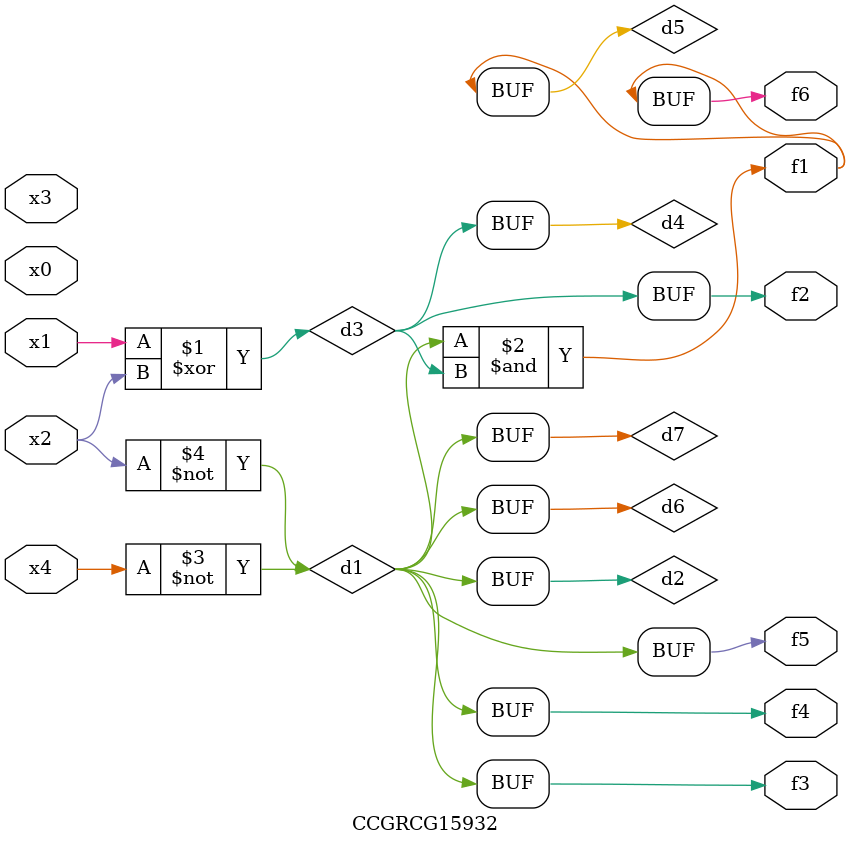
<source format=v>
module CCGRCG15932(
	input x0, x1, x2, x3, x4,
	output f1, f2, f3, f4, f5, f6
);

	wire d1, d2, d3, d4, d5, d6, d7;

	not (d1, x4);
	not (d2, x2);
	xor (d3, x1, x2);
	buf (d4, d3);
	and (d5, d1, d3);
	buf (d6, d1, d2);
	buf (d7, d2);
	assign f1 = d5;
	assign f2 = d4;
	assign f3 = d7;
	assign f4 = d7;
	assign f5 = d7;
	assign f6 = d5;
endmodule

</source>
